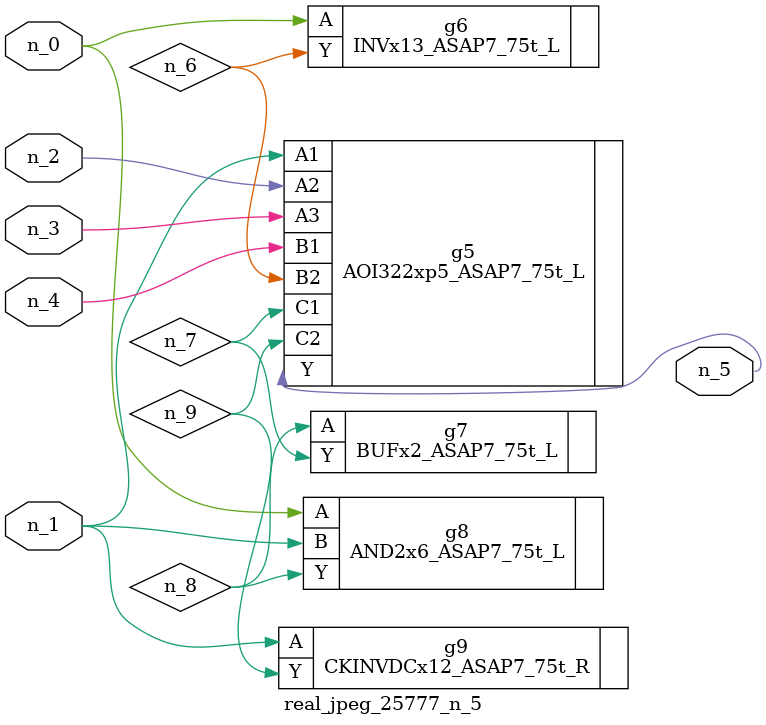
<source format=v>
module real_jpeg_25777_n_5 (n_4, n_0, n_1, n_2, n_3, n_5);

input n_4;
input n_0;
input n_1;
input n_2;
input n_3;

output n_5;

wire n_8;
wire n_6;
wire n_7;
wire n_9;

INVx13_ASAP7_75t_L g6 ( 
.A(n_0),
.Y(n_6)
);

AND2x6_ASAP7_75t_L g8 ( 
.A(n_0),
.B(n_1),
.Y(n_8)
);

AOI322xp5_ASAP7_75t_L g5 ( 
.A1(n_1),
.A2(n_2),
.A3(n_3),
.B1(n_4),
.B2(n_6),
.C1(n_7),
.C2(n_9),
.Y(n_5)
);

CKINVDCx12_ASAP7_75t_R g9 ( 
.A(n_1),
.Y(n_9)
);

BUFx2_ASAP7_75t_L g7 ( 
.A(n_8),
.Y(n_7)
);


endmodule
</source>
